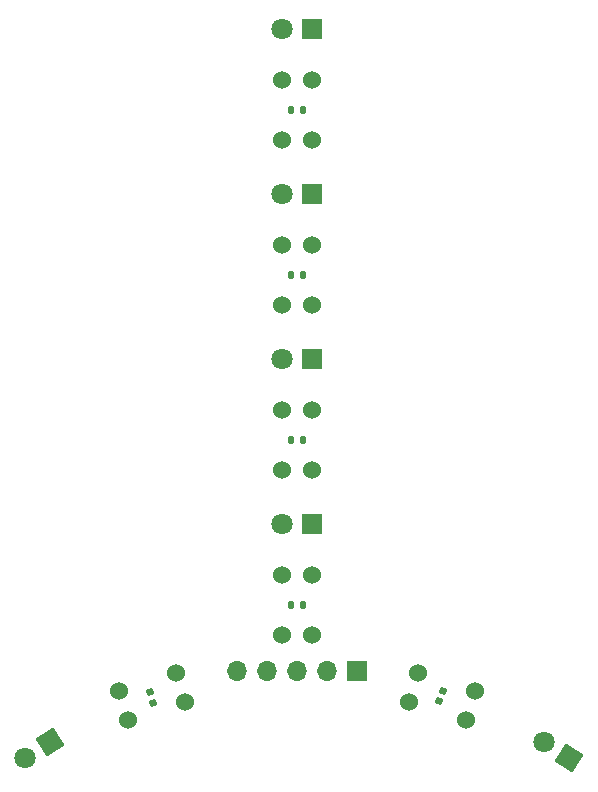
<source format=gbr>
%TF.GenerationSoftware,KiCad,Pcbnew,(6.0.5)*%
%TF.CreationDate,2022-10-18T17:48:47+09:00*%
%TF.ProjectId,line_sensor_right,6c696e65-5f73-4656-9e73-6f725f726967,rev?*%
%TF.SameCoordinates,Original*%
%TF.FileFunction,Soldermask,Bot*%
%TF.FilePolarity,Negative*%
%FSLAX46Y46*%
G04 Gerber Fmt 4.6, Leading zero omitted, Abs format (unit mm)*
G04 Created by KiCad (PCBNEW (6.0.5)) date 2022-10-18 17:48:47*
%MOMM*%
%LPD*%
G01*
G04 APERTURE LIST*
G04 Aperture macros list*
%AMRoundRect*
0 Rectangle with rounded corners*
0 $1 Rounding radius*
0 $2 $3 $4 $5 $6 $7 $8 $9 X,Y pos of 4 corners*
0 Add a 4 corners polygon primitive as box body*
4,1,4,$2,$3,$4,$5,$6,$7,$8,$9,$2,$3,0*
0 Add four circle primitives for the rounded corners*
1,1,$1+$1,$2,$3*
1,1,$1+$1,$4,$5*
1,1,$1+$1,$6,$7*
1,1,$1+$1,$8,$9*
0 Add four rect primitives between the rounded corners*
20,1,$1+$1,$2,$3,$4,$5,0*
20,1,$1+$1,$4,$5,$6,$7,0*
20,1,$1+$1,$6,$7,$8,$9,0*
20,1,$1+$1,$8,$9,$2,$3,0*%
%AMRotRect*
0 Rectangle, with rotation*
0 The origin of the aperture is its center*
0 $1 length*
0 $2 width*
0 $3 Rotation angle, in degrees counterclockwise*
0 Add horizontal line*
21,1,$1,$2,0,0,$3*%
G04 Aperture macros list end*
%ADD10R,1.800000X1.800000*%
%ADD11C,1.800000*%
%ADD12RotRect,1.800000X1.800000X147.500000*%
%ADD13C,1.524000*%
%ADD14RotRect,1.800000X1.800000X212.500000*%
%ADD15R,1.700000X1.700000*%
%ADD16O,1.700000X1.700000*%
%ADD17RoundRect,0.140000X0.140000X0.170000X-0.140000X0.170000X-0.140000X-0.170000X0.140000X-0.170000X0*%
%ADD18RoundRect,0.140000X0.204231X-0.082400X0.120033X0.184640X-0.204231X0.082400X-0.120033X-0.184640X0*%
%ADD19RoundRect,0.140000X0.120033X-0.184640X0.204231X0.082400X-0.120033X0.184640X-0.204231X-0.082400X0*%
G04 APERTURE END LIST*
D10*
%TO.C,D6*%
X160025000Y-69596000D03*
D11*
X157485000Y-69596000D03*
%TD*%
D12*
%TO.C,D3*%
X181797654Y-117325407D03*
D11*
X179655440Y-115960666D03*
%TD*%
D10*
%TO.C,D5*%
X160025000Y-97536000D03*
D11*
X157485000Y-97536000D03*
%TD*%
D10*
%TO.C,D7*%
X160025000Y-55626000D03*
D11*
X157485000Y-55626000D03*
%TD*%
D13*
%TO.C,U1*%
X149256673Y-112574219D03*
X148492881Y-110151778D03*
X143647998Y-111679364D03*
X144411791Y-114101805D03*
%TD*%
D14*
%TO.C,D1*%
X137852994Y-115955293D03*
D11*
X135710780Y-117320034D03*
%TD*%
D13*
%TO.C,U3*%
X173088209Y-114101805D03*
X173852002Y-111679364D03*
X169007119Y-110151778D03*
X168243327Y-112574219D03*
%TD*%
%TO.C,U7*%
X160018000Y-59944000D03*
X157478000Y-59944000D03*
X157478000Y-65024000D03*
X160018000Y-65024000D03*
%TD*%
%TO.C,U6*%
X160018000Y-73914000D03*
X157478000Y-73914000D03*
X157478000Y-78994000D03*
X160018000Y-78994000D03*
%TD*%
D15*
%TO.C,J1*%
X163825000Y-109925000D03*
D16*
X161285000Y-109925000D03*
X158745000Y-109925000D03*
X156205000Y-109925000D03*
X153665000Y-109925000D03*
%TD*%
D13*
%TO.C,U4*%
X160018000Y-87884000D03*
X157478000Y-87884000D03*
X157478000Y-92964000D03*
X160018000Y-92964000D03*
%TD*%
D10*
%TO.C,D4*%
X160025000Y-83566000D03*
D11*
X157485000Y-83566000D03*
%TD*%
D13*
%TO.C,U5*%
X160018000Y-101854000D03*
X157478000Y-101854000D03*
X157478000Y-106934000D03*
X160018000Y-106934000D03*
%TD*%
D17*
%TO.C,C5*%
X159230000Y-104394000D03*
X158270000Y-104394000D03*
%TD*%
%TO.C,C4*%
X159230000Y-90424000D03*
X158270000Y-90424000D03*
%TD*%
%TO.C,C6*%
X159230000Y-76454000D03*
X158270000Y-76454000D03*
%TD*%
D18*
%TO.C,C1*%
X146592678Y-112675568D03*
X146304000Y-111760000D03*
%TD*%
D17*
%TO.C,C7*%
X159230000Y-62484000D03*
X158270000Y-62484000D03*
%TD*%
D19*
%TO.C,C3*%
X170797661Y-112522000D03*
X171086339Y-111606432D03*
%TD*%
M02*

</source>
